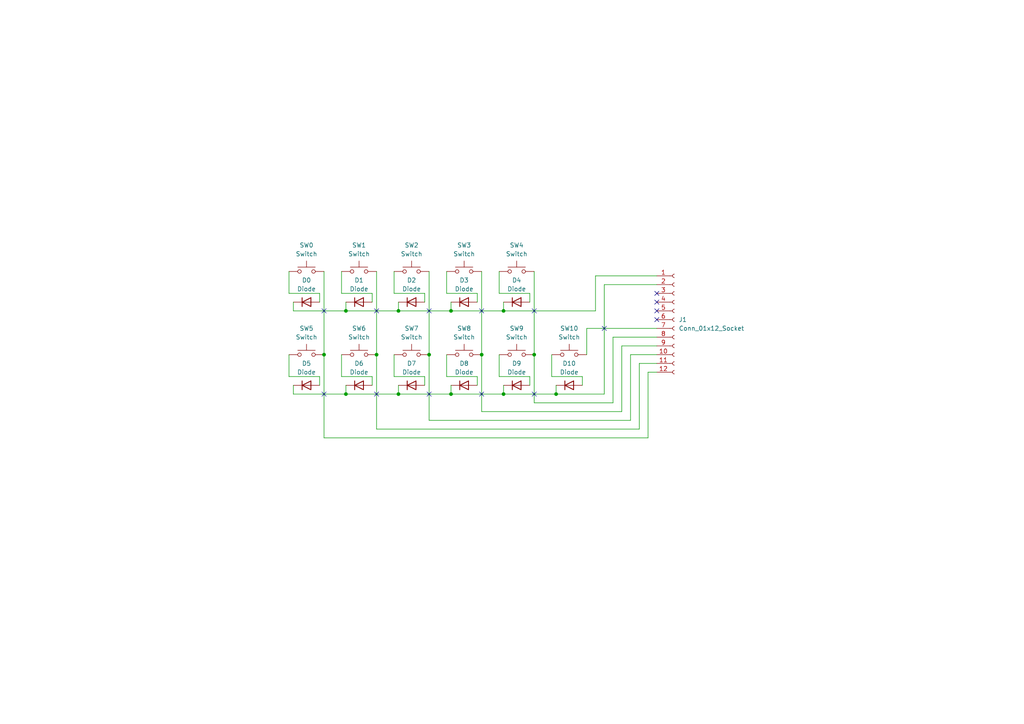
<source format=kicad_sch>
(kicad_sch (version 20230121) (generator eeschema)

  (uuid 1ffb0dac-93b1-41ca-affd-8e77a9fa82b3)

  (paper "A4")

  (lib_symbols
    (symbol "Connector:Conn_01x12_Socket" (pin_names (offset 1.016) hide) (in_bom yes) (on_board yes)
      (property "Reference" "J" (at 0 15.24 0)
        (effects (font (size 1.27 1.27)))
      )
      (property "Value" "Conn_01x12_Socket" (at 0 -17.78 0)
        (effects (font (size 1.27 1.27)))
      )
      (property "Footprint" "" (at 0 0 0)
        (effects (font (size 1.27 1.27)) hide)
      )
      (property "Datasheet" "~" (at 0 0 0)
        (effects (font (size 1.27 1.27)) hide)
      )
      (property "ki_locked" "" (at 0 0 0)
        (effects (font (size 1.27 1.27)))
      )
      (property "ki_keywords" "connector" (at 0 0 0)
        (effects (font (size 1.27 1.27)) hide)
      )
      (property "ki_description" "Generic connector, single row, 01x12, script generated" (at 0 0 0)
        (effects (font (size 1.27 1.27)) hide)
      )
      (property "ki_fp_filters" "Connector*:*_1x??_*" (at 0 0 0)
        (effects (font (size 1.27 1.27)) hide)
      )
      (symbol "Conn_01x12_Socket_1_1"
        (arc (start 0 -14.732) (mid -0.5058 -15.24) (end 0 -15.748)
          (stroke (width 0.1524) (type default))
          (fill (type none))
        )
        (arc (start 0 -12.192) (mid -0.5058 -12.7) (end 0 -13.208)
          (stroke (width 0.1524) (type default))
          (fill (type none))
        )
        (arc (start 0 -9.652) (mid -0.5058 -10.16) (end 0 -10.668)
          (stroke (width 0.1524) (type default))
          (fill (type none))
        )
        (arc (start 0 -7.112) (mid -0.5058 -7.62) (end 0 -8.128)
          (stroke (width 0.1524) (type default))
          (fill (type none))
        )
        (arc (start 0 -4.572) (mid -0.5058 -5.08) (end 0 -5.588)
          (stroke (width 0.1524) (type default))
          (fill (type none))
        )
        (arc (start 0 -2.032) (mid -0.5058 -2.54) (end 0 -3.048)
          (stroke (width 0.1524) (type default))
          (fill (type none))
        )
        (polyline
          (pts
            (xy -1.27 -15.24)
            (xy -0.508 -15.24)
          )
          (stroke (width 0.1524) (type default))
          (fill (type none))
        )
        (polyline
          (pts
            (xy -1.27 -12.7)
            (xy -0.508 -12.7)
          )
          (stroke (width 0.1524) (type default))
          (fill (type none))
        )
        (polyline
          (pts
            (xy -1.27 -10.16)
            (xy -0.508 -10.16)
          )
          (stroke (width 0.1524) (type default))
          (fill (type none))
        )
        (polyline
          (pts
            (xy -1.27 -7.62)
            (xy -0.508 -7.62)
          )
          (stroke (width 0.1524) (type default))
          (fill (type none))
        )
        (polyline
          (pts
            (xy -1.27 -5.08)
            (xy -0.508 -5.08)
          )
          (stroke (width 0.1524) (type default))
          (fill (type none))
        )
        (polyline
          (pts
            (xy -1.27 -2.54)
            (xy -0.508 -2.54)
          )
          (stroke (width 0.1524) (type default))
          (fill (type none))
        )
        (polyline
          (pts
            (xy -1.27 0)
            (xy -0.508 0)
          )
          (stroke (width 0.1524) (type default))
          (fill (type none))
        )
        (polyline
          (pts
            (xy -1.27 2.54)
            (xy -0.508 2.54)
          )
          (stroke (width 0.1524) (type default))
          (fill (type none))
        )
        (polyline
          (pts
            (xy -1.27 5.08)
            (xy -0.508 5.08)
          )
          (stroke (width 0.1524) (type default))
          (fill (type none))
        )
        (polyline
          (pts
            (xy -1.27 7.62)
            (xy -0.508 7.62)
          )
          (stroke (width 0.1524) (type default))
          (fill (type none))
        )
        (polyline
          (pts
            (xy -1.27 10.16)
            (xy -0.508 10.16)
          )
          (stroke (width 0.1524) (type default))
          (fill (type none))
        )
        (polyline
          (pts
            (xy -1.27 12.7)
            (xy -0.508 12.7)
          )
          (stroke (width 0.1524) (type default))
          (fill (type none))
        )
        (arc (start 0 0.508) (mid -0.5058 0) (end 0 -0.508)
          (stroke (width 0.1524) (type default))
          (fill (type none))
        )
        (arc (start 0 3.048) (mid -0.5058 2.54) (end 0 2.032)
          (stroke (width 0.1524) (type default))
          (fill (type none))
        )
        (arc (start 0 5.588) (mid -0.5058 5.08) (end 0 4.572)
          (stroke (width 0.1524) (type default))
          (fill (type none))
        )
        (arc (start 0 8.128) (mid -0.5058 7.62) (end 0 7.112)
          (stroke (width 0.1524) (type default))
          (fill (type none))
        )
        (arc (start 0 10.668) (mid -0.5058 10.16) (end 0 9.652)
          (stroke (width 0.1524) (type default))
          (fill (type none))
        )
        (arc (start 0 13.208) (mid -0.5058 12.7) (end 0 12.192)
          (stroke (width 0.1524) (type default))
          (fill (type none))
        )
        (pin passive line (at -5.08 12.7 0) (length 3.81)
          (name "Pin_1" (effects (font (size 1.27 1.27))))
          (number "1" (effects (font (size 1.27 1.27))))
        )
        (pin passive line (at -5.08 -10.16 0) (length 3.81)
          (name "Pin_10" (effects (font (size 1.27 1.27))))
          (number "10" (effects (font (size 1.27 1.27))))
        )
        (pin passive line (at -5.08 -12.7 0) (length 3.81)
          (name "Pin_11" (effects (font (size 1.27 1.27))))
          (number "11" (effects (font (size 1.27 1.27))))
        )
        (pin passive line (at -5.08 -15.24 0) (length 3.81)
          (name "Pin_12" (effects (font (size 1.27 1.27))))
          (number "12" (effects (font (size 1.27 1.27))))
        )
        (pin passive line (at -5.08 10.16 0) (length 3.81)
          (name "Pin_2" (effects (font (size 1.27 1.27))))
          (number "2" (effects (font (size 1.27 1.27))))
        )
        (pin passive line (at -5.08 7.62 0) (length 3.81)
          (name "Pin_3" (effects (font (size 1.27 1.27))))
          (number "3" (effects (font (size 1.27 1.27))))
        )
        (pin passive line (at -5.08 5.08 0) (length 3.81)
          (name "Pin_4" (effects (font (size 1.27 1.27))))
          (number "4" (effects (font (size 1.27 1.27))))
        )
        (pin passive line (at -5.08 2.54 0) (length 3.81)
          (name "Pin_5" (effects (font (size 1.27 1.27))))
          (number "5" (effects (font (size 1.27 1.27))))
        )
        (pin passive line (at -5.08 0 0) (length 3.81)
          (name "Pin_6" (effects (font (size 1.27 1.27))))
          (number "6" (effects (font (size 1.27 1.27))))
        )
        (pin passive line (at -5.08 -2.54 0) (length 3.81)
          (name "Pin_7" (effects (font (size 1.27 1.27))))
          (number "7" (effects (font (size 1.27 1.27))))
        )
        (pin passive line (at -5.08 -5.08 0) (length 3.81)
          (name "Pin_8" (effects (font (size 1.27 1.27))))
          (number "8" (effects (font (size 1.27 1.27))))
        )
        (pin passive line (at -5.08 -7.62 0) (length 3.81)
          (name "Pin_9" (effects (font (size 1.27 1.27))))
          (number "9" (effects (font (size 1.27 1.27))))
        )
      )
    )
    (symbol "ScottoKeebs:Placeholder_Diode" (pin_numbers hide) (pin_names hide) (in_bom yes) (on_board yes)
      (property "Reference" "D" (at 0 2.54 0)
        (effects (font (size 1.27 1.27)))
      )
      (property "Value" "Diode" (at 0 -2.54 0)
        (effects (font (size 1.27 1.27)))
      )
      (property "Footprint" "" (at 0 0 0)
        (effects (font (size 1.27 1.27)) hide)
      )
      (property "Datasheet" "" (at 0 0 0)
        (effects (font (size 1.27 1.27)) hide)
      )
      (property "Sim.Device" "D" (at 0 0 0)
        (effects (font (size 1.27 1.27)) hide)
      )
      (property "Sim.Pins" "1=K 2=A" (at 0 0 0)
        (effects (font (size 1.27 1.27)) hide)
      )
      (property "ki_keywords" "diode" (at 0 0 0)
        (effects (font (size 1.27 1.27)) hide)
      )
      (property "ki_description" "1N4148 (DO-35) or 1N4148W (SOD-123)" (at 0 0 0)
        (effects (font (size 1.27 1.27)) hide)
      )
      (property "ki_fp_filters" "D*DO?35*" (at 0 0 0)
        (effects (font (size 1.27 1.27)) hide)
      )
      (symbol "Placeholder_Diode_0_1"
        (polyline
          (pts
            (xy -1.27 1.27)
            (xy -1.27 -1.27)
          )
          (stroke (width 0.254) (type default))
          (fill (type none))
        )
        (polyline
          (pts
            (xy 1.27 0)
            (xy -1.27 0)
          )
          (stroke (width 0) (type default))
          (fill (type none))
        )
        (polyline
          (pts
            (xy 1.27 1.27)
            (xy 1.27 -1.27)
            (xy -1.27 0)
            (xy 1.27 1.27)
          )
          (stroke (width 0.254) (type default))
          (fill (type none))
        )
      )
      (symbol "Placeholder_Diode_1_1"
        (pin passive line (at -3.81 0 0) (length 2.54)
          (name "K" (effects (font (size 1.27 1.27))))
          (number "1" (effects (font (size 1.27 1.27))))
        )
        (pin passive line (at 3.81 0 180) (length 2.54)
          (name "A" (effects (font (size 1.27 1.27))))
          (number "2" (effects (font (size 1.27 1.27))))
        )
      )
    )
    (symbol "ScottoKeebs:Placeholder_Switch" (pin_numbers hide) (pin_names (offset 1.016) hide) (in_bom yes) (on_board yes)
      (property "Reference" "SW" (at 1.27 2.54 0)
        (effects (font (size 1.27 1.27)) (justify left))
      )
      (property "Value" "Switch" (at 0 -1.524 0)
        (effects (font (size 1.27 1.27)))
      )
      (property "Footprint" "" (at 0 5.08 0)
        (effects (font (size 1.27 1.27)) hide)
      )
      (property "Datasheet" "~" (at 0 5.08 0)
        (effects (font (size 1.27 1.27)) hide)
      )
      (property "ki_keywords" "switch normally-open pushbutton push-button" (at 0 0 0)
        (effects (font (size 1.27 1.27)) hide)
      )
      (property "ki_description" "Push button switch, generic, two pins" (at 0 0 0)
        (effects (font (size 1.27 1.27)) hide)
      )
      (symbol "Placeholder_Switch_0_1"
        (circle (center -2.032 0) (radius 0.508)
          (stroke (width 0) (type default))
          (fill (type none))
        )
        (polyline
          (pts
            (xy 0 1.27)
            (xy 0 3.048)
          )
          (stroke (width 0) (type default))
          (fill (type none))
        )
        (polyline
          (pts
            (xy 2.54 1.27)
            (xy -2.54 1.27)
          )
          (stroke (width 0) (type default))
          (fill (type none))
        )
        (circle (center 2.032 0) (radius 0.508)
          (stroke (width 0) (type default))
          (fill (type none))
        )
        (pin passive line (at -5.08 0 0) (length 2.54)
          (name "1" (effects (font (size 1.27 1.27))))
          (number "1" (effects (font (size 1.27 1.27))))
        )
        (pin passive line (at 5.08 0 180) (length 2.54)
          (name "2" (effects (font (size 1.27 1.27))))
          (number "2" (effects (font (size 1.27 1.27))))
        )
      )
    )
  )

  (junction (at 115.57 114.3) (diameter 0) (color 0 0 0 0)
    (uuid 1d0b6fa0-8568-4e6f-8b30-7d1aa1791853)
  )
  (junction (at 124.46 102.87) (diameter 0) (color 0 0 0 0)
    (uuid 2715111d-34fb-436f-89ae-b87f27ecaf0a)
  )
  (junction (at 100.33 90.17) (diameter 0) (color 0 0 0 0)
    (uuid 546b8662-572d-4e4c-9f5a-73d337a685c3)
  )
  (junction (at 154.94 102.87) (diameter 0) (color 0 0 0 0)
    (uuid 5f9f6f17-3c27-4a1c-ab8b-1f5a7ef722b8)
  )
  (junction (at 93.98 102.87) (diameter 0) (color 0 0 0 0)
    (uuid 6d7fab5c-0852-45ec-8af6-0672f129f7b5)
  )
  (junction (at 115.57 90.17) (diameter 0) (color 0 0 0 0)
    (uuid 6e0fa039-744c-42ca-9433-14d7080b5ffe)
  )
  (junction (at 139.7 102.87) (diameter 0) (color 0 0 0 0)
    (uuid 7b2426db-29a0-4cf4-baee-c7c98613b0f9)
  )
  (junction (at 100.33 114.3) (diameter 0) (color 0 0 0 0)
    (uuid 8a53df1e-3870-445a-99b6-1536df0c79c0)
  )
  (junction (at 109.22 102.87) (diameter 0) (color 0 0 0 0)
    (uuid a60b72db-e3e5-4c83-a091-422fec91deea)
  )
  (junction (at 130.81 90.17) (diameter 0) (color 0 0 0 0)
    (uuid c78d08ee-0f2a-4b82-97f5-a92575ac0813)
  )
  (junction (at 130.81 114.3) (diameter 0) (color 0 0 0 0)
    (uuid e1f44e11-65d1-416b-89b9-f11bb6c02eba)
  )
  (junction (at 146.05 90.17) (diameter 0) (color 0 0 0 0)
    (uuid e904bbf6-796d-4070-8fa0-c0a8df372357)
  )
  (junction (at 161.29 114.3) (diameter 0) (color 0 0 0 0)
    (uuid eb41f3d1-658f-47ac-956b-09e858720972)
  )
  (junction (at 146.05 114.3) (diameter 0) (color 0 0 0 0)
    (uuid f1d21914-7992-45f0-a8e8-5b0973bae955)
  )

  (no_connect (at 190.5 87.63) (uuid 05e32019-74e9-422c-a8de-8f7ff8860197))
  (no_connect (at 190.5 92.71) (uuid 0d1cde35-4a8e-448b-b3b7-2665089629fd))
  (no_connect (at 139.7 90.17) (uuid 267b2c5d-6112-43fd-b534-f96507d37641))
  (no_connect (at 190.5 90.17) (uuid 39ab9bf7-5e6c-48cc-a224-4ba948b983a2))
  (no_connect (at 154.94 114.3) (uuid 4b5836a9-c7e9-4030-93a4-1d3b6199c645))
  (no_connect (at 175.26 95.25) (uuid 87e19202-441e-4650-90c2-48072dd6f97b))
  (no_connect (at 93.98 90.17) (uuid 87fb2861-0358-4455-875f-f284d550fe7c))
  (no_connect (at 124.46 114.3) (uuid 8a4942c0-cfa9-453b-8a03-0829dbe6d744))
  (no_connect (at 109.22 90.17) (uuid 97ae5aad-2788-4dee-84e3-fa7035c8a954))
  (no_connect (at 124.46 90.17) (uuid 99f04b31-16ec-47fa-8df5-9feece5014cd))
  (no_connect (at 109.22 114.3) (uuid a486d78c-b048-4daa-a6d9-b8260c0096f7))
  (no_connect (at 154.94 90.17) (uuid af1a22f7-4577-43f7-b07c-c906457350c9))
  (no_connect (at 139.7 114.3) (uuid bffb3d71-b224-4fbd-a7a9-e21709912243))
  (no_connect (at 93.98 114.3) (uuid d5b666d8-9d3f-4823-9346-1fe25200acd2))
  (no_connect (at 190.5 85.09) (uuid f06cf975-6dba-4133-b9cc-2db8d3c0a962))

  (wire (pts (xy 99.06 109.22) (xy 107.95 109.22))
    (stroke (width 0) (type default))
    (uuid 01e1a319-110e-4766-8b23-0f8d685555d1)
  )
  (wire (pts (xy 100.33 111.76) (xy 100.33 114.3))
    (stroke (width 0) (type default))
    (uuid 06713741-be85-487f-b170-b25946673733)
  )
  (wire (pts (xy 154.94 102.87) (xy 154.94 116.84))
    (stroke (width 0) (type default))
    (uuid 0832bb1e-5082-4a4d-b4ed-ff5c0567535f)
  )
  (wire (pts (xy 83.82 85.09) (xy 92.71 85.09))
    (stroke (width 0) (type default))
    (uuid 088444bb-f51f-4d17-8ceb-d7e7f71d44d2)
  )
  (wire (pts (xy 114.3 78.74) (xy 114.3 85.09))
    (stroke (width 0) (type default))
    (uuid 093a371a-a949-4fef-93a4-da16c92bb699)
  )
  (wire (pts (xy 123.19 85.09) (xy 123.19 87.63))
    (stroke (width 0) (type default))
    (uuid 0d37a9d1-cebf-4ced-9f4a-c19b6edeab4a)
  )
  (wire (pts (xy 107.95 85.09) (xy 107.95 87.63))
    (stroke (width 0) (type default))
    (uuid 0e0d1802-4128-4a3b-9fa3-50fff396c6b8)
  )
  (wire (pts (xy 185.42 124.46) (xy 185.42 105.41))
    (stroke (width 0) (type default))
    (uuid 11e4ffb2-9717-4c2c-a283-c650fa2d6fa1)
  )
  (wire (pts (xy 146.05 87.63) (xy 146.05 90.17))
    (stroke (width 0) (type default))
    (uuid 1310a48c-a651-4beb-8f39-deb25c909b70)
  )
  (wire (pts (xy 177.8 97.79) (xy 190.5 97.79))
    (stroke (width 0) (type default))
    (uuid 152e1868-cdc3-4d3b-876b-3549f6004729)
  )
  (wire (pts (xy 100.33 114.3) (xy 115.57 114.3))
    (stroke (width 0) (type default))
    (uuid 175c0606-6091-49ce-a327-48dd7b32aef2)
  )
  (wire (pts (xy 130.81 87.63) (xy 130.81 90.17))
    (stroke (width 0) (type default))
    (uuid 1d815c34-3a99-4c13-b3fc-60ccf8653304)
  )
  (wire (pts (xy 154.94 78.74) (xy 154.94 102.87))
    (stroke (width 0) (type default))
    (uuid 1e6e3820-b18f-4112-a2ef-170ce5807c32)
  )
  (wire (pts (xy 182.88 121.92) (xy 182.88 102.87))
    (stroke (width 0) (type default))
    (uuid 2304d9cd-ba2d-43b5-a434-1d8507799ffc)
  )
  (wire (pts (xy 83.82 78.74) (xy 83.82 85.09))
    (stroke (width 0) (type default))
    (uuid 2639106b-8acc-4c3e-81fa-69e6024e25a1)
  )
  (wire (pts (xy 115.57 90.17) (xy 130.81 90.17))
    (stroke (width 0) (type default))
    (uuid 268331d8-301a-4622-ad2c-25c0a01f8e45)
  )
  (wire (pts (xy 138.43 85.09) (xy 138.43 87.63))
    (stroke (width 0) (type default))
    (uuid 2873d95f-6400-49ae-bc29-e0baf5a216d7)
  )
  (wire (pts (xy 115.57 87.63) (xy 115.57 90.17))
    (stroke (width 0) (type default))
    (uuid 29520c1f-bed1-4e33-bb79-e2ea19fa5a76)
  )
  (wire (pts (xy 123.19 109.22) (xy 123.19 111.76))
    (stroke (width 0) (type default))
    (uuid 2aee0f32-4cf6-4a65-a3dc-b1499dd8e8e1)
  )
  (wire (pts (xy 170.18 95.25) (xy 190.5 95.25))
    (stroke (width 0) (type default))
    (uuid 2b713f67-94c8-4e28-8d05-3b81be68667c)
  )
  (wire (pts (xy 85.09 111.76) (xy 85.09 114.3))
    (stroke (width 0) (type default))
    (uuid 2bd23d21-ecb2-4d5c-8770-21fe2d9a601e)
  )
  (wire (pts (xy 114.3 85.09) (xy 123.19 85.09))
    (stroke (width 0) (type default))
    (uuid 3ac14ec2-62a0-443f-ae7e-a3d5bd93e33d)
  )
  (wire (pts (xy 129.54 102.87) (xy 129.54 109.22))
    (stroke (width 0) (type default))
    (uuid 425335de-4d13-4ceb-b11b-acd2f8b40c9d)
  )
  (wire (pts (xy 146.05 90.17) (xy 172.72 90.17))
    (stroke (width 0) (type default))
    (uuid 43bd4ef3-8692-4bf4-9d83-89b2c4970786)
  )
  (wire (pts (xy 115.57 114.3) (xy 130.81 114.3))
    (stroke (width 0) (type default))
    (uuid 4440ec1f-be31-43c4-8b33-4e2da26adf9b)
  )
  (wire (pts (xy 168.91 109.22) (xy 168.91 111.76))
    (stroke (width 0) (type default))
    (uuid 44b6b07e-2e01-43cc-b9de-8f8a5ad66461)
  )
  (wire (pts (xy 114.3 102.87) (xy 114.3 109.22))
    (stroke (width 0) (type default))
    (uuid 44debf69-0bec-4dad-9ab5-3596524327ca)
  )
  (wire (pts (xy 109.22 78.74) (xy 109.22 102.87))
    (stroke (width 0) (type default))
    (uuid 468f2ff1-982c-4dd9-a8bc-681d0e63319a)
  )
  (wire (pts (xy 85.09 114.3) (xy 100.33 114.3))
    (stroke (width 0) (type default))
    (uuid 4afe17b0-e9fc-4ec9-8ccb-f317124e4314)
  )
  (wire (pts (xy 100.33 87.63) (xy 100.33 90.17))
    (stroke (width 0) (type default))
    (uuid 4f4ecf10-de6c-490f-8c50-3c2d93fd77b1)
  )
  (wire (pts (xy 160.02 109.22) (xy 168.91 109.22))
    (stroke (width 0) (type default))
    (uuid 5078cb4a-52db-4162-861e-a4b6a1c3392e)
  )
  (wire (pts (xy 139.7 119.38) (xy 180.34 119.38))
    (stroke (width 0) (type default))
    (uuid 51693110-06be-46f5-a362-036378bd05f1)
  )
  (wire (pts (xy 83.82 102.87) (xy 83.82 109.22))
    (stroke (width 0) (type default))
    (uuid 5269f0dc-e4ca-42b0-a3af-54484f01281a)
  )
  (wire (pts (xy 129.54 78.74) (xy 129.54 85.09))
    (stroke (width 0) (type default))
    (uuid 5869514c-89bd-46b6-8bf5-2dc76fde03e4)
  )
  (wire (pts (xy 93.98 78.74) (xy 93.98 102.87))
    (stroke (width 0) (type default))
    (uuid 5f5fcc94-bd9e-4619-b86e-87f86d9d7423)
  )
  (wire (pts (xy 115.57 111.76) (xy 115.57 114.3))
    (stroke (width 0) (type default))
    (uuid 6570ba11-8740-41fa-89ce-f350e421fda6)
  )
  (wire (pts (xy 180.34 100.33) (xy 190.5 100.33))
    (stroke (width 0) (type default))
    (uuid 681bcd49-5a79-47e4-b0d8-2092f32b07de)
  )
  (wire (pts (xy 99.06 85.09) (xy 107.95 85.09))
    (stroke (width 0) (type default))
    (uuid 6bd59577-dd5d-429c-92a9-915b73cb6412)
  )
  (wire (pts (xy 161.29 114.3) (xy 175.26 114.3))
    (stroke (width 0) (type default))
    (uuid 714bcfa0-aa6e-4585-87e0-c26efc466496)
  )
  (wire (pts (xy 109.22 102.87) (xy 109.22 124.46))
    (stroke (width 0) (type default))
    (uuid 722db4b3-be6b-48ce-9f46-0ac94ae1ba4e)
  )
  (wire (pts (xy 172.72 80.01) (xy 190.5 80.01))
    (stroke (width 0) (type default))
    (uuid 72e70225-b957-4dac-ab7f-d19e3d786689)
  )
  (wire (pts (xy 182.88 102.87) (xy 190.5 102.87))
    (stroke (width 0) (type default))
    (uuid 792a31a9-2155-4e8d-91a0-beb04e538cf0)
  )
  (wire (pts (xy 130.81 111.76) (xy 130.81 114.3))
    (stroke (width 0) (type default))
    (uuid 7e82b881-5631-44de-aeea-3b8aad3d8063)
  )
  (wire (pts (xy 92.71 109.22) (xy 92.71 111.76))
    (stroke (width 0) (type default))
    (uuid 835e8e8a-44b8-4f23-ba22-69efe62b1462)
  )
  (wire (pts (xy 170.18 102.87) (xy 170.18 95.25))
    (stroke (width 0) (type default))
    (uuid 83f0c041-266b-4436-809f-46e8348221b5)
  )
  (wire (pts (xy 99.06 102.87) (xy 99.06 109.22))
    (stroke (width 0) (type default))
    (uuid 84e82872-16ec-4e57-b206-2ee50e34a98c)
  )
  (wire (pts (xy 124.46 121.92) (xy 182.88 121.92))
    (stroke (width 0) (type default))
    (uuid 87d0259b-e852-4b09-8538-a838a43a4d98)
  )
  (wire (pts (xy 144.78 109.22) (xy 153.67 109.22))
    (stroke (width 0) (type default))
    (uuid 880c9aff-ba38-409b-b9aa-dcc120e99640)
  )
  (wire (pts (xy 85.09 87.63) (xy 85.09 90.17))
    (stroke (width 0) (type default))
    (uuid 8ba813d8-7b9e-4fcd-969f-54d1ef042ae5)
  )
  (wire (pts (xy 175.26 82.55) (xy 190.5 82.55))
    (stroke (width 0) (type default))
    (uuid 932b65a0-54ee-4427-99da-b756db080084)
  )
  (wire (pts (xy 161.29 111.76) (xy 161.29 114.3))
    (stroke (width 0) (type default))
    (uuid 93425af5-7e78-4d43-b8b6-a315308a3df8)
  )
  (wire (pts (xy 144.78 85.09) (xy 153.67 85.09))
    (stroke (width 0) (type default))
    (uuid 9f5f28e7-c471-4085-a656-1cc335da1a02)
  )
  (wire (pts (xy 139.7 78.74) (xy 139.7 102.87))
    (stroke (width 0) (type default))
    (uuid a935c1fd-b0a7-4905-83fa-f1db2e474b0b)
  )
  (wire (pts (xy 185.42 105.41) (xy 190.5 105.41))
    (stroke (width 0) (type default))
    (uuid ac1f26f6-5408-4933-9807-d2bc5ba78b2b)
  )
  (wire (pts (xy 180.34 119.38) (xy 180.34 100.33))
    (stroke (width 0) (type default))
    (uuid b178427b-b951-41f4-8598-372d42eadada)
  )
  (wire (pts (xy 144.78 78.74) (xy 144.78 85.09))
    (stroke (width 0) (type default))
    (uuid b34ae020-4ab4-491c-8ddc-9d33a0e3c9c9)
  )
  (wire (pts (xy 154.94 116.84) (xy 177.8 116.84))
    (stroke (width 0) (type default))
    (uuid b41e3bd0-24b4-48c4-89a4-478364dbd9b1)
  )
  (wire (pts (xy 83.82 109.22) (xy 92.71 109.22))
    (stroke (width 0) (type default))
    (uuid b59666c0-519f-453b-a142-d62be974dcd8)
  )
  (wire (pts (xy 160.02 102.87) (xy 160.02 109.22))
    (stroke (width 0) (type default))
    (uuid b75303bf-a65e-41fa-af7e-60f0f217f344)
  )
  (wire (pts (xy 187.96 127) (xy 187.96 107.95))
    (stroke (width 0) (type default))
    (uuid bb12f5f9-5593-484d-a091-ff8fa85d56e6)
  )
  (wire (pts (xy 130.81 90.17) (xy 146.05 90.17))
    (stroke (width 0) (type default))
    (uuid c180a723-9e1c-4fa9-b0a1-8e1b6a682f03)
  )
  (wire (pts (xy 144.78 102.87) (xy 144.78 109.22))
    (stroke (width 0) (type default))
    (uuid c441b2e1-7eb9-4951-ac24-e399bfee71e2)
  )
  (wire (pts (xy 107.95 109.22) (xy 107.95 111.76))
    (stroke (width 0) (type default))
    (uuid c6308dda-ebbc-45da-afc7-3a849781fb3e)
  )
  (wire (pts (xy 124.46 102.87) (xy 124.46 121.92))
    (stroke (width 0) (type default))
    (uuid c6715ed1-ddbb-451a-9869-1d4d146651fc)
  )
  (wire (pts (xy 130.81 114.3) (xy 146.05 114.3))
    (stroke (width 0) (type default))
    (uuid c966a59c-97af-4c0b-8671-89ed30c1eb89)
  )
  (wire (pts (xy 187.96 107.95) (xy 190.5 107.95))
    (stroke (width 0) (type default))
    (uuid cc814379-5984-4099-b97d-bd40ec0ff029)
  )
  (wire (pts (xy 85.09 90.17) (xy 100.33 90.17))
    (stroke (width 0) (type default))
    (uuid cc9f3acf-ad97-42da-b1c8-81ed816458b2)
  )
  (wire (pts (xy 99.06 78.74) (xy 99.06 85.09))
    (stroke (width 0) (type default))
    (uuid cf6aab3a-e7d9-4f80-963e-c5d2aaa8baba)
  )
  (wire (pts (xy 177.8 116.84) (xy 177.8 97.79))
    (stroke (width 0) (type default))
    (uuid cf7d71e4-ebe7-425f-945a-ed1b4c815a3d)
  )
  (wire (pts (xy 153.67 109.22) (xy 153.67 111.76))
    (stroke (width 0) (type default))
    (uuid d17578f2-dc84-416b-aee9-f55b894c109c)
  )
  (wire (pts (xy 124.46 78.74) (xy 124.46 102.87))
    (stroke (width 0) (type default))
    (uuid d4b441e0-da87-428d-8451-d16a30db925e)
  )
  (wire (pts (xy 100.33 90.17) (xy 115.57 90.17))
    (stroke (width 0) (type default))
    (uuid d5c1fefa-813f-4343-b21c-a2ee088b3479)
  )
  (wire (pts (xy 129.54 109.22) (xy 138.43 109.22))
    (stroke (width 0) (type default))
    (uuid d5d5bbe1-53e8-4d62-9c86-d72a273e09b9)
  )
  (wire (pts (xy 146.05 111.76) (xy 146.05 114.3))
    (stroke (width 0) (type default))
    (uuid d6d4f6e4-b013-49df-92b6-62e8431b567b)
  )
  (wire (pts (xy 129.54 85.09) (xy 138.43 85.09))
    (stroke (width 0) (type default))
    (uuid ddfa888d-28b5-492b-b6fb-2d6625bbf45b)
  )
  (wire (pts (xy 92.71 85.09) (xy 92.71 87.63))
    (stroke (width 0) (type default))
    (uuid df977f68-e924-46fe-ae72-01887d6ce272)
  )
  (wire (pts (xy 138.43 109.22) (xy 138.43 111.76))
    (stroke (width 0) (type default))
    (uuid e13a3dd2-cf13-4d03-afb1-0784f38ca555)
  )
  (wire (pts (xy 93.98 127) (xy 187.96 127))
    (stroke (width 0) (type default))
    (uuid e5743ba8-57cd-4b09-a6ea-2ccaedb5749d)
  )
  (wire (pts (xy 146.05 114.3) (xy 161.29 114.3))
    (stroke (width 0) (type default))
    (uuid e5be5c48-57c2-4b5b-b2bc-e335cc17b73e)
  )
  (wire (pts (xy 175.26 114.3) (xy 175.26 82.55))
    (stroke (width 0) (type default))
    (uuid e678e5fd-09d0-4856-8a2a-d9d873a5540d)
  )
  (wire (pts (xy 172.72 90.17) (xy 172.72 80.01))
    (stroke (width 0) (type default))
    (uuid ea67836f-c7dd-45c5-9ec2-31adec58b9e9)
  )
  (wire (pts (xy 153.67 85.09) (xy 153.67 87.63))
    (stroke (width 0) (type default))
    (uuid f158fad8-d8cc-4959-a65b-1fc5046d4700)
  )
  (wire (pts (xy 109.22 124.46) (xy 185.42 124.46))
    (stroke (width 0) (type default))
    (uuid f20d7ded-ce55-4765-8d98-07c399d8c3c4)
  )
  (wire (pts (xy 114.3 109.22) (xy 123.19 109.22))
    (stroke (width 0) (type default))
    (uuid f3377637-6516-4f3b-884d-96261186d7a6)
  )
  (wire (pts (xy 93.98 102.87) (xy 93.98 127))
    (stroke (width 0) (type default))
    (uuid f4390cfb-775b-4a21-b7ad-70fe04e90f3f)
  )
  (wire (pts (xy 139.7 102.87) (xy 139.7 119.38))
    (stroke (width 0) (type default))
    (uuid fa7c288b-f2b9-419c-8b1f-42bd42e64151)
  )

  (symbol (lib_id "ScottoKeebs:Placeholder_Diode") (at 104.14 87.63 0) (unit 1)
    (in_bom yes) (on_board yes) (dnp no) (fields_autoplaced)
    (uuid 244aabfb-80d7-4d84-b877-dad19d518e7a)
    (property "Reference" "D1" (at 104.14 81.28 0)
      (effects (font (size 1.27 1.27)))
    )
    (property "Value" "Diode" (at 104.14 83.82 0)
      (effects (font (size 1.27 1.27)))
    )
    (property "Footprint" "ScottoKeebs_Components:Diode_DO-35" (at 104.14 87.63 0)
      (effects (font (size 1.27 1.27)) hide)
    )
    (property "Datasheet" "" (at 104.14 87.63 0)
      (effects (font (size 1.27 1.27)) hide)
    )
    (property "Sim.Device" "D" (at 104.14 87.63 0)
      (effects (font (size 1.27 1.27)) hide)
    )
    (property "Sim.Pins" "1=K 2=A" (at 104.14 87.63 0)
      (effects (font (size 1.27 1.27)) hide)
    )
    (pin "1" (uuid 714bd97a-181e-4223-8ca1-60e62c21e5ca))
    (pin "2" (uuid 7980b0e4-1fb9-4d8b-80c9-4f02050b8aed))
    (instances
      (project "qlp-22_keypad_L_Mk1_rev0"
        (path "/1ffb0dac-93b1-41ca-affd-8e77a9fa82b3"
          (reference "D1") (unit 1)
        )
      )
      (project "mksp_Mk1_rev0"
        (path "/317db825-7ec8-42a4-86c9-29de77488848/5e10f522-bda2-47d4-8f22-ab87da492e03"
          (reference "D4") (unit 1)
        )
      )
    )
  )

  (symbol (lib_id "ScottoKeebs:Placeholder_Switch") (at 119.38 78.74 0) (unit 1)
    (in_bom yes) (on_board yes) (dnp no) (fields_autoplaced)
    (uuid 3ccc1b11-1340-4ede-9338-9ed10211a7fb)
    (property "Reference" "SW2" (at 119.38 71.12 0)
      (effects (font (size 1.27 1.27)))
    )
    (property "Value" "Switch" (at 119.38 73.66 0)
      (effects (font (size 1.27 1.27)))
    )
    (property "Footprint" "ScottoKeebs_Hotswap:Hotswap_MX_1.00u" (at 119.38 73.66 0)
      (effects (font (size 1.27 1.27)) hide)
    )
    (property "Datasheet" "~" (at 119.38 73.66 0)
      (effects (font (size 1.27 1.27)) hide)
    )
    (pin "1" (uuid 810c1255-f1d5-4ba4-b642-33619b6c0b3e))
    (pin "2" (uuid 19c62090-f2ff-460b-9733-c0e93b1bd480))
    (instances
      (project "qlp-22_keypad_L_Mk1_rev0"
        (path "/1ffb0dac-93b1-41ca-affd-8e77a9fa82b3"
          (reference "SW2") (unit 1)
        )
      )
      (project "mksp_Mk1_rev0"
        (path "/317db825-7ec8-42a4-86c9-29de77488848/5e10f522-bda2-47d4-8f22-ab87da492e03"
          (reference "SW11") (unit 1)
        )
      )
    )
  )

  (symbol (lib_id "ScottoKeebs:Placeholder_Switch") (at 104.14 78.74 0) (unit 1)
    (in_bom yes) (on_board yes) (dnp no) (fields_autoplaced)
    (uuid 3ebf5f3e-e592-44a7-8b02-47b216899085)
    (property "Reference" "SW1" (at 104.14 71.12 0)
      (effects (font (size 1.27 1.27)))
    )
    (property "Value" "Switch" (at 104.14 73.66 0)
      (effects (font (size 1.27 1.27)))
    )
    (property "Footprint" "ScottoKeebs_Hotswap:Hotswap_MX_1.00u" (at 104.14 73.66 0)
      (effects (font (size 1.27 1.27)) hide)
    )
    (property "Datasheet" "~" (at 104.14 73.66 0)
      (effects (font (size 1.27 1.27)) hide)
    )
    (pin "1" (uuid 79842030-2b50-429b-b311-f98edc8c6e1c))
    (pin "2" (uuid 332fb8e3-dde0-4df2-aa59-2c0f6ffe450a))
    (instances
      (project "qlp-22_keypad_L_Mk1_rev0"
        (path "/1ffb0dac-93b1-41ca-affd-8e77a9fa82b3"
          (reference "SW1") (unit 1)
        )
      )
      (project "mksp_Mk1_rev0"
        (path "/317db825-7ec8-42a4-86c9-29de77488848/5e10f522-bda2-47d4-8f22-ab87da492e03"
          (reference "SW10") (unit 1)
        )
      )
    )
  )

  (symbol (lib_id "ScottoKeebs:Placeholder_Diode") (at 149.86 111.76 0) (unit 1)
    (in_bom yes) (on_board yes) (dnp no) (fields_autoplaced)
    (uuid 57afeec2-dc99-4904-b507-ab4a8b0bb6f7)
    (property "Reference" "D9" (at 149.86 105.41 0)
      (effects (font (size 1.27 1.27)))
    )
    (property "Value" "Diode" (at 149.86 107.95 0)
      (effects (font (size 1.27 1.27)))
    )
    (property "Footprint" "ScottoKeebs_Components:Diode_DO-35" (at 149.86 111.76 0)
      (effects (font (size 1.27 1.27)) hide)
    )
    (property "Datasheet" "" (at 149.86 111.76 0)
      (effects (font (size 1.27 1.27)) hide)
    )
    (property "Sim.Device" "D" (at 149.86 111.76 0)
      (effects (font (size 1.27 1.27)) hide)
    )
    (property "Sim.Pins" "1=K 2=A" (at 149.86 111.76 0)
      (effects (font (size 1.27 1.27)) hide)
    )
    (pin "1" (uuid 18240ae6-693b-4f44-84f2-d180fe25e0f7))
    (pin "2" (uuid 02d7a070-2b2d-4545-9990-ecdbabaf8672))
    (instances
      (project "qlp-22_keypad_L_Mk1_rev0"
        (path "/1ffb0dac-93b1-41ca-affd-8e77a9fa82b3"
          (reference "D9") (unit 1)
        )
      )
      (project "mksp_Mk1_rev0"
        (path "/317db825-7ec8-42a4-86c9-29de77488848/5e10f522-bda2-47d4-8f22-ab87da492e03"
          (reference "D12") (unit 1)
        )
      )
    )
  )

  (symbol (lib_id "ScottoKeebs:Placeholder_Switch") (at 119.38 102.87 0) (unit 1)
    (in_bom yes) (on_board yes) (dnp no) (fields_autoplaced)
    (uuid 5902b3ab-5f32-459d-bf39-c5e7880fe960)
    (property "Reference" "SW7" (at 119.38 95.25 0)
      (effects (font (size 1.27 1.27)))
    )
    (property "Value" "Switch" (at 119.38 97.79 0)
      (effects (font (size 1.27 1.27)))
    )
    (property "Footprint" "ScottoKeebs_Hotswap:Hotswap_MX_1.00u" (at 119.38 97.79 0)
      (effects (font (size 1.27 1.27)) hide)
    )
    (property "Datasheet" "~" (at 119.38 97.79 0)
      (effects (font (size 1.27 1.27)) hide)
    )
    (pin "1" (uuid 09841d62-e9b2-4fa8-ae6d-aa1918dc79a2))
    (pin "2" (uuid 1dce09d0-c3c9-4942-b10d-7296a0885d59))
    (instances
      (project "qlp-22_keypad_L_Mk1_rev0"
        (path "/1ffb0dac-93b1-41ca-affd-8e77a9fa82b3"
          (reference "SW7") (unit 1)
        )
      )
      (project "mksp_Mk1_rev0"
        (path "/317db825-7ec8-42a4-86c9-29de77488848/5e10f522-bda2-47d4-8f22-ab87da492e03"
          (reference "SW5") (unit 1)
        )
      )
    )
  )

  (symbol (lib_id "ScottoKeebs:Placeholder_Diode") (at 88.9 111.76 0) (unit 1)
    (in_bom yes) (on_board yes) (dnp no) (fields_autoplaced)
    (uuid 6bd6a9e2-cc94-4652-8667-83196ca22820)
    (property "Reference" "D5" (at 88.9 105.41 0)
      (effects (font (size 1.27 1.27)))
    )
    (property "Value" "Diode" (at 88.9 107.95 0)
      (effects (font (size 1.27 1.27)))
    )
    (property "Footprint" "ScottoKeebs_Components:Diode_DO-35" (at 88.9 111.76 0)
      (effects (font (size 1.27 1.27)) hide)
    )
    (property "Datasheet" "" (at 88.9 111.76 0)
      (effects (font (size 1.27 1.27)) hide)
    )
    (property "Sim.Device" "D" (at 88.9 111.76 0)
      (effects (font (size 1.27 1.27)) hide)
    )
    (property "Sim.Pins" "1=K 2=A" (at 88.9 111.76 0)
      (effects (font (size 1.27 1.27)) hide)
    )
    (pin "1" (uuid 1ba38699-687b-4f14-930f-2195d2dfabb5))
    (pin "2" (uuid 51feba0f-5d03-4d58-95ba-0f855e846121))
    (instances
      (project "qlp-22_keypad_L_Mk1_rev0"
        (path "/1ffb0dac-93b1-41ca-affd-8e77a9fa82b3"
          (reference "D5") (unit 1)
        )
      )
      (project "mksp_Mk1_rev0"
        (path "/317db825-7ec8-42a4-86c9-29de77488848/5e10f522-bda2-47d4-8f22-ab87da492e03"
          (reference "D8") (unit 1)
        )
      )
    )
  )

  (symbol (lib_id "ScottoKeebs:Placeholder_Diode") (at 165.1 111.76 0) (unit 1)
    (in_bom yes) (on_board yes) (dnp no) (fields_autoplaced)
    (uuid 6f63cbb7-1cf3-4544-8126-af1a0d6a9f39)
    (property "Reference" "D10" (at 165.1 105.41 0)
      (effects (font (size 1.27 1.27)))
    )
    (property "Value" "Diode" (at 165.1 107.95 0)
      (effects (font (size 1.27 1.27)))
    )
    (property "Footprint" "ScottoKeebs_Components:Diode_DO-35" (at 165.1 111.76 0)
      (effects (font (size 1.27 1.27)) hide)
    )
    (property "Datasheet" "" (at 165.1 111.76 0)
      (effects (font (size 1.27 1.27)) hide)
    )
    (property "Sim.Device" "D" (at 165.1 111.76 0)
      (effects (font (size 1.27 1.27)) hide)
    )
    (property "Sim.Pins" "1=K 2=A" (at 165.1 111.76 0)
      (effects (font (size 1.27 1.27)) hide)
    )
    (pin "1" (uuid 78724d18-c3e7-4d17-bc52-b302dff1e47f))
    (pin "2" (uuid 7b7e06f0-2ef5-429f-9002-2af9fd902341))
    (instances
      (project "qlp-22_keypad_L_Mk1_rev0"
        (path "/1ffb0dac-93b1-41ca-affd-8e77a9fa82b3"
          (reference "D10") (unit 1)
        )
      )
      (project "mksp_Mk1_rev0"
        (path "/317db825-7ec8-42a4-86c9-29de77488848/5e10f522-bda2-47d4-8f22-ab87da492e03"
          (reference "D13") (unit 1)
        )
      )
    )
  )

  (symbol (lib_id "ScottoKeebs:Placeholder_Switch") (at 104.14 102.87 0) (unit 1)
    (in_bom yes) (on_board yes) (dnp no) (fields_autoplaced)
    (uuid 74875a16-784c-43da-b471-fadd88648d33)
    (property "Reference" "SW6" (at 104.14 95.25 0)
      (effects (font (size 1.27 1.27)))
    )
    (property "Value" "Switch" (at 104.14 97.79 0)
      (effects (font (size 1.27 1.27)))
    )
    (property "Footprint" "ScottoKeebs_Hotswap:Hotswap_MX_1.00u" (at 104.14 97.79 0)
      (effects (font (size 1.27 1.27)) hide)
    )
    (property "Datasheet" "~" (at 104.14 97.79 0)
      (effects (font (size 1.27 1.27)) hide)
    )
    (pin "1" (uuid 6b1e2718-d07e-439d-ae60-e8a40874d3d1))
    (pin "2" (uuid 7869e113-e0d6-4568-812c-3cfb095fb300))
    (instances
      (project "qlp-22_keypad_L_Mk1_rev0"
        (path "/1ffb0dac-93b1-41ca-affd-8e77a9fa82b3"
          (reference "SW6") (unit 1)
        )
      )
      (project "mksp_Mk1_rev0"
        (path "/317db825-7ec8-42a4-86c9-29de77488848/5e10f522-bda2-47d4-8f22-ab87da492e03"
          (reference "SW4") (unit 1)
        )
      )
    )
  )

  (symbol (lib_id "ScottoKeebs:Placeholder_Diode") (at 104.14 111.76 0) (unit 1)
    (in_bom yes) (on_board yes) (dnp no) (fields_autoplaced)
    (uuid 75b0c689-e30d-4fea-807e-0b93fa45b9f7)
    (property "Reference" "D6" (at 104.14 105.41 0)
      (effects (font (size 1.27 1.27)))
    )
    (property "Value" "Diode" (at 104.14 107.95 0)
      (effects (font (size 1.27 1.27)))
    )
    (property "Footprint" "ScottoKeebs_Components:Diode_DO-35" (at 104.14 111.76 0)
      (effects (font (size 1.27 1.27)) hide)
    )
    (property "Datasheet" "" (at 104.14 111.76 0)
      (effects (font (size 1.27 1.27)) hide)
    )
    (property "Sim.Device" "D" (at 104.14 111.76 0)
      (effects (font (size 1.27 1.27)) hide)
    )
    (property "Sim.Pins" "1=K 2=A" (at 104.14 111.76 0)
      (effects (font (size 1.27 1.27)) hide)
    )
    (pin "1" (uuid eaa352bb-c8f1-416d-a819-46bfbf0aa849))
    (pin "2" (uuid d3cb5476-33ba-4a37-bf4b-3fe9a304d6aa))
    (instances
      (project "qlp-22_keypad_L_Mk1_rev0"
        (path "/1ffb0dac-93b1-41ca-affd-8e77a9fa82b3"
          (reference "D6") (unit 1)
        )
      )
      (project "mksp_Mk1_rev0"
        (path "/317db825-7ec8-42a4-86c9-29de77488848/5e10f522-bda2-47d4-8f22-ab87da492e03"
          (reference "D9") (unit 1)
        )
      )
    )
  )

  (symbol (lib_id "ScottoKeebs:Placeholder_Diode") (at 134.62 87.63 0) (unit 1)
    (in_bom yes) (on_board yes) (dnp no) (fields_autoplaced)
    (uuid 7ca079bd-ea99-492e-87a4-f757b9d09fc0)
    (property "Reference" "D3" (at 134.62 81.28 0)
      (effects (font (size 1.27 1.27)))
    )
    (property "Value" "Diode" (at 134.62 83.82 0)
      (effects (font (size 1.27 1.27)))
    )
    (property "Footprint" "ScottoKeebs_Components:Diode_DO-35" (at 134.62 87.63 0)
      (effects (font (size 1.27 1.27)) hide)
    )
    (property "Datasheet" "" (at 134.62 87.63 0)
      (effects (font (size 1.27 1.27)) hide)
    )
    (property "Sim.Device" "D" (at 134.62 87.63 0)
      (effects (font (size 1.27 1.27)) hide)
    )
    (property "Sim.Pins" "1=K 2=A" (at 134.62 87.63 0)
      (effects (font (size 1.27 1.27)) hide)
    )
    (pin "1" (uuid 426605e8-7b03-4e3d-9794-980319231910))
    (pin "2" (uuid 2b1af573-54f4-4462-8476-8ec216b11867))
    (instances
      (project "qlp-22_keypad_L_Mk1_rev0"
        (path "/1ffb0dac-93b1-41ca-affd-8e77a9fa82b3"
          (reference "D3") (unit 1)
        )
      )
      (project "mksp_Mk1_rev0"
        (path "/317db825-7ec8-42a4-86c9-29de77488848/5e10f522-bda2-47d4-8f22-ab87da492e03"
          (reference "D6") (unit 1)
        )
      )
    )
  )

  (symbol (lib_id "ScottoKeebs:Placeholder_Switch") (at 134.62 102.87 0) (unit 1)
    (in_bom yes) (on_board yes) (dnp no) (fields_autoplaced)
    (uuid 96773197-465d-4408-8b4b-20438db3d007)
    (property "Reference" "SW8" (at 134.62 95.25 0)
      (effects (font (size 1.27 1.27)))
    )
    (property "Value" "Switch" (at 134.62 97.79 0)
      (effects (font (size 1.27 1.27)))
    )
    (property "Footprint" "ScottoKeebs_Hotswap:Hotswap_MX_1.00u" (at 134.62 97.79 0)
      (effects (font (size 1.27 1.27)) hide)
    )
    (property "Datasheet" "~" (at 134.62 97.79 0)
      (effects (font (size 1.27 1.27)) hide)
    )
    (pin "1" (uuid a10c70f4-2706-4b51-a12b-5ba2cbed5cc5))
    (pin "2" (uuid 21977aa3-725b-41a4-a214-99f79a4c2860))
    (instances
      (project "qlp-22_keypad_L_Mk1_rev0"
        (path "/1ffb0dac-93b1-41ca-affd-8e77a9fa82b3"
          (reference "SW8") (unit 1)
        )
      )
      (project "mksp_Mk1_rev0"
        (path "/317db825-7ec8-42a4-86c9-29de77488848/5e10f522-bda2-47d4-8f22-ab87da492e03"
          (reference "SW6") (unit 1)
        )
      )
    )
  )

  (symbol (lib_id "ScottoKeebs:Placeholder_Switch") (at 149.86 78.74 0) (unit 1)
    (in_bom yes) (on_board yes) (dnp no) (fields_autoplaced)
    (uuid a7741b81-24d6-4a1a-bef6-c340033cb173)
    (property "Reference" "SW4" (at 149.86 71.12 0)
      (effects (font (size 1.27 1.27)))
    )
    (property "Value" "Switch" (at 149.86 73.66 0)
      (effects (font (size 1.27 1.27)))
    )
    (property "Footprint" "ScottoKeebs_Hotswap:Hotswap_MX_1.00u" (at 149.86 73.66 0)
      (effects (font (size 1.27 1.27)) hide)
    )
    (property "Datasheet" "~" (at 149.86 73.66 0)
      (effects (font (size 1.27 1.27)) hide)
    )
    (pin "1" (uuid a142e5cd-fe1e-478e-b663-49833fc3aaaf))
    (pin "2" (uuid 465f401f-5ce1-473f-a7f7-42fc3b8c41f0))
    (instances
      (project "qlp-22_keypad_L_Mk1_rev0"
        (path "/1ffb0dac-93b1-41ca-affd-8e77a9fa82b3"
          (reference "SW4") (unit 1)
        )
      )
      (project "mksp_Mk1_rev0"
        (path "/317db825-7ec8-42a4-86c9-29de77488848/5e10f522-bda2-47d4-8f22-ab87da492e03"
          (reference "SW13") (unit 1)
        )
      )
    )
  )

  (symbol (lib_id "ScottoKeebs:Placeholder_Switch") (at 149.86 102.87 0) (unit 1)
    (in_bom yes) (on_board yes) (dnp no) (fields_autoplaced)
    (uuid ab406cb3-e837-42ce-baf7-67cb6d3a8f61)
    (property "Reference" "SW9" (at 149.86 95.25 0)
      (effects (font (size 1.27 1.27)))
    )
    (property "Value" "Switch" (at 149.86 97.79 0)
      (effects (font (size 1.27 1.27)))
    )
    (property "Footprint" "ScottoKeebs_Hotswap:Hotswap_MX_1.00u" (at 149.86 97.79 0)
      (effects (font (size 1.27 1.27)) hide)
    )
    (property "Datasheet" "~" (at 149.86 97.79 0)
      (effects (font (size 1.27 1.27)) hide)
    )
    (pin "1" (uuid f7974dd7-c3b7-4349-b48c-5b9b91b09860))
    (pin "2" (uuid 51f8ebc1-9cc2-47c6-b67f-51cebff74111))
    (instances
      (project "qlp-22_keypad_L_Mk1_rev0"
        (path "/1ffb0dac-93b1-41ca-affd-8e77a9fa82b3"
          (reference "SW9") (unit 1)
        )
      )
      (project "mksp_Mk1_rev0"
        (path "/317db825-7ec8-42a4-86c9-29de77488848/5e10f522-bda2-47d4-8f22-ab87da492e03"
          (reference "SW7") (unit 1)
        )
      )
    )
  )

  (symbol (lib_id "ScottoKeebs:Placeholder_Switch") (at 165.1 102.87 0) (unit 1)
    (in_bom yes) (on_board yes) (dnp no) (fields_autoplaced)
    (uuid b6528378-cd5f-42de-a560-c45f95f510e2)
    (property "Reference" "SW10" (at 165.1 95.25 0)
      (effects (font (size 1.27 1.27)))
    )
    (property "Value" "Switch" (at 165.1 97.79 0)
      (effects (font (size 1.27 1.27)))
    )
    (property "Footprint" "ScottoKeebs_Hotswap:Hotswap_MX_1.00u" (at 165.1 97.79 0)
      (effects (font (size 1.27 1.27)) hide)
    )
    (property "Datasheet" "~" (at 165.1 97.79 0)
      (effects (font (size 1.27 1.27)) hide)
    )
    (pin "1" (uuid 26f88fdf-4982-48fc-8158-244de8298f12))
    (pin "2" (uuid 4e3135ed-428a-491f-a680-0c477cb7b483))
    (instances
      (project "qlp-22_keypad_L_Mk1_rev0"
        (path "/1ffb0dac-93b1-41ca-affd-8e77a9fa82b3"
          (reference "SW10") (unit 1)
        )
      )
      (project "mksp_Mk1_rev0"
        (path "/317db825-7ec8-42a4-86c9-29de77488848/5e10f522-bda2-47d4-8f22-ab87da492e03"
          (reference "SW8") (unit 1)
        )
      )
    )
  )

  (symbol (lib_id "ScottoKeebs:Placeholder_Switch") (at 88.9 78.74 0) (unit 1)
    (in_bom yes) (on_board yes) (dnp no) (fields_autoplaced)
    (uuid b74b8f8d-d11f-4646-8f0d-077026963347)
    (property "Reference" "SW0" (at 88.9 71.12 0)
      (effects (font (size 1.27 1.27)))
    )
    (property "Value" "Switch" (at 88.9 73.66 0)
      (effects (font (size 1.27 1.27)))
    )
    (property "Footprint" "ScottoKeebs_Hotswap:Hotswap_MX_1.00u" (at 88.9 73.66 0)
      (effects (font (size 1.27 1.27)) hide)
    )
    (property "Datasheet" "~" (at 88.9 73.66 0)
      (effects (font (size 1.27 1.27)) hide)
    )
    (pin "1" (uuid 1a54b17d-25be-4c33-be9b-197235680329))
    (pin "2" (uuid 3b086cfb-afd7-4fc8-a4ad-e52646589212))
    (instances
      (project "qlp-22_keypad_L_Mk1_rev0"
        (path "/1ffb0dac-93b1-41ca-affd-8e77a9fa82b3"
          (reference "SW0") (unit 1)
        )
      )
      (project "mksp_Mk1_rev0"
        (path "/317db825-7ec8-42a4-86c9-29de77488848/5e10f522-bda2-47d4-8f22-ab87da492e03"
          (reference "SW9") (unit 1)
        )
      )
    )
  )

  (symbol (lib_id "ScottoKeebs:Placeholder_Switch") (at 134.62 78.74 0) (unit 1)
    (in_bom yes) (on_board yes) (dnp no) (fields_autoplaced)
    (uuid bd67dba7-47c0-4517-b338-4c6c86145f65)
    (property "Reference" "SW3" (at 134.62 71.12 0)
      (effects (font (size 1.27 1.27)))
    )
    (property "Value" "Switch" (at 134.62 73.66 0)
      (effects (font (size 1.27 1.27)))
    )
    (property "Footprint" "ScottoKeebs_Hotswap:Hotswap_MX_1.00u" (at 134.62 73.66 0)
      (effects (font (size 1.27 1.27)) hide)
    )
    (property "Datasheet" "~" (at 134.62 73.66 0)
      (effects (font (size 1.27 1.27)) hide)
    )
    (pin "1" (uuid 8bd5a4ca-7463-48a4-b007-c824124d5a7a))
    (pin "2" (uuid eab9476a-48e4-4f3a-9dd5-eb23ef6df8b5))
    (instances
      (project "qlp-22_keypad_L_Mk1_rev0"
        (path "/1ffb0dac-93b1-41ca-affd-8e77a9fa82b3"
          (reference "SW3") (unit 1)
        )
      )
      (project "mksp_Mk1_rev0"
        (path "/317db825-7ec8-42a4-86c9-29de77488848/5e10f522-bda2-47d4-8f22-ab87da492e03"
          (reference "SW12") (unit 1)
        )
      )
    )
  )

  (symbol (lib_id "ScottoKeebs:Placeholder_Diode") (at 149.86 87.63 0) (unit 1)
    (in_bom yes) (on_board yes) (dnp no) (fields_autoplaced)
    (uuid c74a753d-620f-4cdd-b366-d0f56644a502)
    (property "Reference" "D4" (at 149.86 81.28 0)
      (effects (font (size 1.27 1.27)))
    )
    (property "Value" "Diode" (at 149.86 83.82 0)
      (effects (font (size 1.27 1.27)))
    )
    (property "Footprint" "ScottoKeebs_Components:Diode_DO-35" (at 149.86 87.63 0)
      (effects (font (size 1.27 1.27)) hide)
    )
    (property "Datasheet" "" (at 149.86 87.63 0)
      (effects (font (size 1.27 1.27)) hide)
    )
    (property "Sim.Device" "D" (at 149.86 87.63 0)
      (effects (font (size 1.27 1.27)) hide)
    )
    (property "Sim.Pins" "1=K 2=A" (at 149.86 87.63 0)
      (effects (font (size 1.27 1.27)) hide)
    )
    (pin "1" (uuid 38bfd6db-1bb8-471a-b235-51e872b2e6a0))
    (pin "2" (uuid 5c61e5ce-c03c-4e00-aa67-43f784279e7e))
    (instances
      (project "qlp-22_keypad_L_Mk1_rev0"
        (path "/1ffb0dac-93b1-41ca-affd-8e77a9fa82b3"
          (reference "D4") (unit 1)
        )
      )
      (project "mksp_Mk1_rev0"
        (path "/317db825-7ec8-42a4-86c9-29de77488848/5e10f522-bda2-47d4-8f22-ab87da492e03"
          (reference "D7") (unit 1)
        )
      )
    )
  )

  (symbol (lib_id "ScottoKeebs:Placeholder_Diode") (at 119.38 111.76 0) (unit 1)
    (in_bom yes) (on_board yes) (dnp no) (fields_autoplaced)
    (uuid e6cc8388-35a8-406c-91b0-42f087b7d919)
    (property "Reference" "D7" (at 119.38 105.41 0)
      (effects (font (size 1.27 1.27)))
    )
    (property "Value" "Diode" (at 119.38 107.95 0)
      (effects (font (size 1.27 1.27)))
    )
    (property "Footprint" "ScottoKeebs_Components:Diode_DO-35" (at 119.38 111.76 0)
      (effects (font (size 1.27 1.27)) hide)
    )
    (property "Datasheet" "" (at 119.38 111.76 0)
      (effects (font (size 1.27 1.27)) hide)
    )
    (property "Sim.Device" "D" (at 119.38 111.76 0)
      (effects (font (size 1.27 1.27)) hide)
    )
    (property "Sim.Pins" "1=K 2=A" (at 119.38 111.76 0)
      (effects (font (size 1.27 1.27)) hide)
    )
    (pin "1" (uuid e6b6df79-e2a5-4dbd-b00a-0df5e6b32e1e))
    (pin "2" (uuid b76036f1-006d-4b3b-9459-01b4dc76e653))
    (instances
      (project "qlp-22_keypad_L_Mk1_rev0"
        (path "/1ffb0dac-93b1-41ca-affd-8e77a9fa82b3"
          (reference "D7") (unit 1)
        )
      )
      (project "mksp_Mk1_rev0"
        (path "/317db825-7ec8-42a4-86c9-29de77488848/5e10f522-bda2-47d4-8f22-ab87da492e03"
          (reference "D10") (unit 1)
        )
      )
    )
  )

  (symbol (lib_id "Connector:Conn_01x12_Socket") (at 195.58 92.71 0) (unit 1)
    (in_bom yes) (on_board yes) (dnp no) (fields_autoplaced)
    (uuid efe02335-193a-4a71-a85f-5aefec0c7250)
    (property "Reference" "J1" (at 196.85 92.71 0)
      (effects (font (size 1.27 1.27)) (justify left))
    )
    (property "Value" "Conn_01x12_Socket" (at 196.85 95.25 0)
      (effects (font (size 1.27 1.27)) (justify left))
    )
    (property "Footprint" "Connector_JST:JST_GH_SM12B-GHS-TB_1x12-1MP_P1.25mm_Horizontal" (at 195.58 92.71 0)
      (effects (font (size 1.27 1.27)) hide)
    )
    (property "Datasheet" "~" (at 195.58 92.71 0)
      (effects (font (size 1.27 1.27)) hide)
    )
    (pin "1" (uuid 9011ffac-c72a-47a1-8f43-bbd6374e327b))
    (pin "10" (uuid e82a12c4-4e3a-42b0-b6fd-2059bbd855bf))
    (pin "11" (uuid c9c56326-d088-44ac-ab49-6ed492ef31c2))
    (pin "12" (uuid 1c25abfe-a774-4bfa-8e18-fcf8b0896f05))
    (pin "2" (uuid 7c6c1dcc-ef8d-4872-895b-73e79bd5e1a8))
    (pin "3" (uuid 8b5a78bf-ab4b-448f-8085-ac0c5a8b047b))
    (pin "4" (uuid e8d1f8df-a809-4f21-834b-7875b3bd6044))
    (pin "5" (uuid 4d984b2d-7a5a-43c7-b1ca-0babf9be46c6))
    (pin "6" (uuid f07f9ff0-84cd-49ab-b394-7ae90381ab15))
    (pin "7" (uuid 6b85337c-2c28-4eab-956d-4ecccfc7d45a))
    (pin "8" (uuid 4dff53de-b4ce-4d6b-a9ef-de6fed2aca80))
    (pin "9" (uuid 1c7b0bd3-5371-4c52-9674-659b2b1f7630))
    (instances
      (project "qlp-22_keypad_L_Mk1_rev0"
        (path "/1ffb0dac-93b1-41ca-affd-8e77a9fa82b3"
          (reference "J1") (unit 1)
        )
      )
      (project "mksp_Mk1_rev0"
        (path "/317db825-7ec8-42a4-86c9-29de77488848/9a4d8874-164c-4918-b768-ce32cb89a53f"
          (reference "J8") (unit 1)
        )
        (path "/317db825-7ec8-42a4-86c9-29de77488848/6eeaa44f-3e3d-4d86-815d-42d0f349cb86"
          (reference "J11") (unit 1)
        )
        (path "/317db825-7ec8-42a4-86c9-29de77488848/5e10f522-bda2-47d4-8f22-ab87da492e03"
          (reference "J5") (unit 1)
        )
      )
    )
  )

  (symbol (lib_id "ScottoKeebs:Placeholder_Diode") (at 119.38 87.63 0) (unit 1)
    (in_bom yes) (on_board yes) (dnp no) (fields_autoplaced)
    (uuid f1e57926-d1d8-49da-ad9f-291f75eb44e1)
    (property "Reference" "D2" (at 119.38 81.28 0)
      (effects (font (size 1.27 1.27)))
    )
    (property "Value" "Diode" (at 119.38 83.82 0)
      (effects (font (size 1.27 1.27)))
    )
    (property "Footprint" "ScottoKeebs_Components:Diode_DO-35" (at 119.38 87.63 0)
      (effects (font (size 1.27 1.27)) hide)
    )
    (property "Datasheet" "" (at 119.38 87.63 0)
      (effects (font (size 1.27 1.27)) hide)
    )
    (property "Sim.Device" "D" (at 119.38 87.63 0)
      (effects (font (size 1.27 1.27)) hide)
    )
    (property "Sim.Pins" "1=K 2=A" (at 119.38 87.63 0)
      (effects (font (size 1.27 1.27)) hide)
    )
    (pin "1" (uuid ca05c7f6-cd9d-4beb-afcd-6aa41ea89f29))
    (pin "2" (uuid ceab96d3-c829-4696-9c8f-f52896436ed2))
    (instances
      (project "qlp-22_keypad_L_Mk1_rev0"
        (path "/1ffb0dac-93b1-41ca-affd-8e77a9fa82b3"
          (reference "D2") (unit 1)
        )
      )
      (project "mksp_Mk1_rev0"
        (path "/317db825-7ec8-42a4-86c9-29de77488848/5e10f522-bda2-47d4-8f22-ab87da492e03"
          (reference "D5") (unit 1)
        )
      )
    )
  )

  (symbol (lib_id "ScottoKeebs:Placeholder_Diode") (at 88.9 87.63 0) (unit 1)
    (in_bom yes) (on_board yes) (dnp no) (fields_autoplaced)
    (uuid f95dbf42-bf71-48f8-a687-1af1b5fe40c3)
    (property "Reference" "D0" (at 88.9 81.28 0)
      (effects (font (size 1.27 1.27)))
    )
    (property "Value" "Diode" (at 88.9 83.82 0)
      (effects (font (size 1.27 1.27)))
    )
    (property "Footprint" "ScottoKeebs_Components:Diode_DO-35" (at 88.9 87.63 0)
      (effects (font (size 1.27 1.27)) hide)
    )
    (property "Datasheet" "" (at 88.9 87.63 0)
      (effects (font (size 1.27 1.27)) hide)
    )
    (property "Sim.Device" "D" (at 88.9 87.63 0)
      (effects (font (size 1.27 1.27)) hide)
    )
    (property "Sim.Pins" "1=K 2=A" (at 88.9 87.63 0)
      (effects (font (size 1.27 1.27)) hide)
    )
    (pin "1" (uuid bf1f0f7b-02ac-444b-8025-f99572aefb51))
    (pin "2" (uuid 57ecbb66-309d-4f36-aa5a-f3c2133eb7e0))
    (instances
      (project "qlp-22_keypad_L_Mk1_rev0"
        (path "/1ffb0dac-93b1-41ca-affd-8e77a9fa82b3"
          (reference "D0") (unit 1)
        )
      )
      (project "mksp_Mk1_rev0"
        (path "/317db825-7ec8-42a4-86c9-29de77488848/5e10f522-bda2-47d4-8f22-ab87da492e03"
          (reference "D3") (unit 1)
        )
      )
    )
  )

  (symbol (lib_id "ScottoKeebs:Placeholder_Diode") (at 134.62 111.76 0) (unit 1)
    (in_bom yes) (on_board yes) (dnp no) (fields_autoplaced)
    (uuid fc6bc62e-4951-4521-8b77-35c76fbc6dac)
    (property "Reference" "D8" (at 134.62 105.41 0)
      (effects (font (size 1.27 1.27)))
    )
    (property "Value" "Diode" (at 134.62 107.95 0)
      (effects (font (size 1.27 1.27)))
    )
    (property "Footprint" "ScottoKeebs_Components:Diode_DO-35" (at 134.62 111.76 0)
      (effects (font (size 1.27 1.27)) hide)
    )
    (property "Datasheet" "" (at 134.62 111.76 0)
      (effects (font (size 1.27 1.27)) hide)
    )
    (property "Sim.Device" "D" (at 134.62 111.76 0)
      (effects (font (size 1.27 1.27)) hide)
    )
    (property "Sim.Pins" "1=K 2=A" (at 134.62 111.76 0)
      (effects (font (size 1.27 1.27)) hide)
    )
    (pin "1" (uuid 49ef2e21-fbbc-491b-991c-e392baf680a0))
    (pin "2" (uuid e44dcd77-6ea0-4280-8f2c-0ce032166b40))
    (instances
      (project "qlp-22_keypad_L_Mk1_rev0"
        (path "/1ffb0dac-93b1-41ca-affd-8e77a9fa82b3"
          (reference "D8") (unit 1)
        )
      )
      (project "mksp_Mk1_rev0"
        (path "/317db825-7ec8-42a4-86c9-29de77488848/5e10f522-bda2-47d4-8f22-ab87da492e03"
          (reference "D11") (unit 1)
        )
      )
    )
  )

  (symbol (lib_id "ScottoKeebs:Placeholder_Switch") (at 88.9 102.87 0) (unit 1)
    (in_bom yes) (on_board yes) (dnp no) (fields_autoplaced)
    (uuid fc6db0cc-da46-4018-9ffc-78280e789d2a)
    (property "Reference" "SW5" (at 88.9 95.25 0)
      (effects (font (size 1.27 1.27)))
    )
    (property "Value" "Switch" (at 88.9 97.79 0)
      (effects (font (size 1.27 1.27)))
    )
    (property "Footprint" "ScottoKeebs_Hotswap:Hotswap_MX_1.00u" (at 88.9 97.79 0)
      (effects (font (size 1.27 1.27)) hide)
    )
    (property "Datasheet" "~" (at 88.9 97.79 0)
      (effects (font (size 1.27 1.27)) hide)
    )
    (pin "1" (uuid 7ed8cebe-6157-431c-9827-38204642f8bd))
    (pin "2" (uuid 54adb607-d7c9-46b9-a179-5ada09fc4f70))
    (instances
      (project "qlp-22_keypad_L_Mk1_rev0"
        (path "/1ffb0dac-93b1-41ca-affd-8e77a9fa82b3"
          (reference "SW5") (unit 1)
        )
      )
      (project "mksp_Mk1_rev0"
        (path "/317db825-7ec8-42a4-86c9-29de77488848/5e10f522-bda2-47d4-8f22-ab87da492e03"
          (reference "SW1") (unit 1)
        )
      )
    )
  )

  (sheet_instances
    (path "/" (page "1"))
  )
)

</source>
